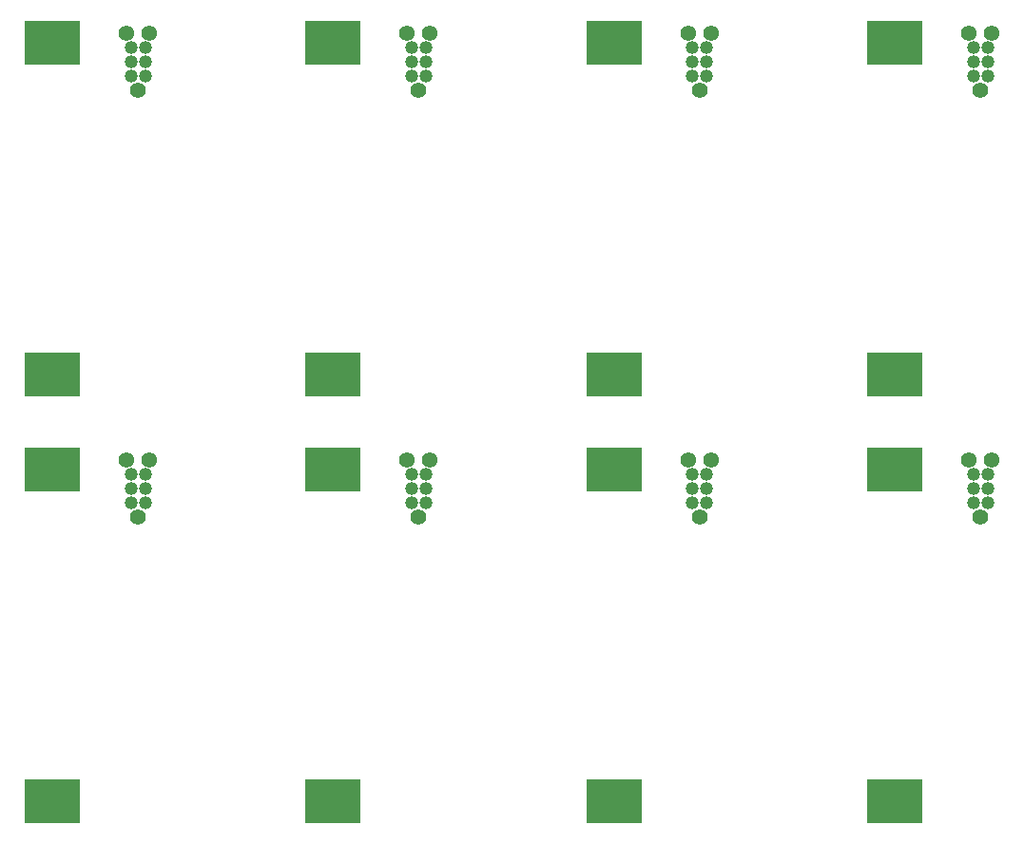
<source format=gts>
%MOIN*%
%OFA0B0*%
%FSLAX46Y46*%
%IPPOS*%
%LPD*%
%ADD10C,0.0039370078740157488*%
%ADD11R,0.19685039370078741X0.15748031496062992*%
%ADD12C,0.046648031496062996*%
%ADD13C,0.054648031496062996*%
%ADD14C,0.054548031496063*%
%ADD25C,0.0039370078740157488*%
%ADD26R,0.19685039370078741X0.15748031496062992*%
%ADD27C,0.046648031496062996*%
%ADD28C,0.054648031496062996*%
%ADD29C,0.054548031496063*%
%ADD40C,0.0039370078740157488*%
%ADD41R,0.19685039370078741X0.15748031496062992*%
%ADD42C,0.046648031496062996*%
%ADD43C,0.054648031496062996*%
%ADD44C,0.054548031496063*%
%ADD55C,0.0039370078740157488*%
%ADD56R,0.19685039370078741X0.15748031496062992*%
%ADD57C,0.046648031496062996*%
%ADD58C,0.054648031496062996*%
%ADD59C,0.054548031496063*%
%ADD70C,0.0039370078740157488*%
%ADD71R,0.19685039370078741X0.15748031496062992*%
%ADD72C,0.046648031496062996*%
%ADD73C,0.054648031496062996*%
%ADD74C,0.054548031496063*%
%ADD85C,0.0039370078740157488*%
%ADD86R,0.19685039370078741X0.15748031496062992*%
%ADD87C,0.046648031496062996*%
%ADD88C,0.054648031496062996*%
%ADD89C,0.054548031496063*%
%ADD100C,0.0039370078740157488*%
%ADD101R,0.19685039370078741X0.15748031496062992*%
%ADD102C,0.046648031496062996*%
%ADD103C,0.054648031496062996*%
%ADD104C,0.054548031496063*%
%ADD115C,0.0039370078740157488*%
%ADD116R,0.19685039370078741X0.15748031496062992*%
%ADD117C,0.046648031496062996*%
%ADD118C,0.054648031496062996*%
%ADD119C,0.054548031496063*%
%LPD*%
G01*
D10*
D11*
X-0003779527Y0005314959D02*
X0000520472Y0000217283D03*
X0000520472Y0001382637D03*
D12*
X0000845472Y0001264960D03*
X0000795472Y0001264960D03*
X0000845472Y0001314960D03*
X0000795472Y0001314960D03*
X0000845472Y0001364960D03*
X0000795472Y0001364960D03*
D13*
X0000820471Y0001214960D03*
D14*
X0000780472Y0001414960D03*
X0000860472Y0001414960D03*
G01*
D25*
D26*
X-0002795275Y0005314959D02*
X0001504724Y0000217283D03*
X0001504724Y0001382637D03*
D27*
X0001829724Y0001264960D03*
X0001779724Y0001264960D03*
X0001829724Y0001314960D03*
X0001779724Y0001314960D03*
X0001829724Y0001364960D03*
X0001779724Y0001364960D03*
D28*
X0001804724Y0001214960D03*
D29*
X0001764724Y0001414960D03*
X0001844724Y0001414960D03*
G01*
D40*
D41*
X-0001811023Y0005314959D02*
X0002488976Y0000217283D03*
X0002488976Y0001382637D03*
D42*
X0002813976Y0001264960D03*
X0002763976Y0001264960D03*
X0002813976Y0001314960D03*
X0002763976Y0001314960D03*
X0002813976Y0001364960D03*
X0002763976Y0001364960D03*
D43*
X0002788976Y0001214960D03*
D44*
X0002748976Y0001414960D03*
X0002828976Y0001414960D03*
G01*
D55*
D56*
X-0000826771Y0005314959D02*
X0003473228Y0000217283D03*
X0003473228Y0001382637D03*
D57*
X0003798228Y0001264960D03*
X0003748228Y0001264960D03*
X0003798228Y0001314960D03*
X0003748228Y0001314960D03*
X0003798228Y0001364960D03*
X0003748228Y0001364960D03*
D58*
X0003773228Y0001214960D03*
D59*
X0003733228Y0001414960D03*
X0003813228Y0001414960D03*
G04 next file*
%LPD*%
G01*
D70*
D71*
X-0003779527Y0006811023D02*
X0000520472Y0001713346D03*
X0000520472Y0002878700D03*
D72*
X0000845472Y0002761023D03*
X0000795472Y0002761023D03*
X0000845472Y0002811022D03*
X0000795472Y0002811022D03*
X0000845472Y0002861023D03*
X0000795472Y0002861023D03*
D73*
X0000820471Y0002711023D03*
D74*
X0000780472Y0002911023D03*
X0000860472Y0002911023D03*
G01*
D85*
D86*
X-0002795275Y0006811023D02*
X0001504724Y0001713346D03*
X0001504724Y0002878700D03*
D87*
X0001829724Y0002761023D03*
X0001779724Y0002761023D03*
X0001829724Y0002811022D03*
X0001779724Y0002811022D03*
X0001829724Y0002861023D03*
X0001779724Y0002861023D03*
D88*
X0001804724Y0002711023D03*
D89*
X0001764724Y0002911023D03*
X0001844724Y0002911023D03*
G04 next file*
G01*
D100*
D101*
X-0001811023Y0006811023D02*
X0002488976Y0001713346D03*
X0002488976Y0002878700D03*
D102*
X0002813976Y0002761023D03*
X0002763976Y0002761023D03*
X0002813976Y0002811022D03*
X0002763976Y0002811022D03*
X0002813976Y0002861023D03*
X0002763976Y0002861023D03*
D103*
X0002788976Y0002711023D03*
D104*
X0002748976Y0002911023D03*
X0002828976Y0002911023D03*
G04 next file*
G04 #@! TF.FileFunction,Soldermask,Top*
G04 Gerber Fmt 4.6, Leading zero omitted, Abs format (unit mm)*
G04 Created by KiCad (PCBNEW 4.0.7-e2-6376~61~ubuntu18.04.1) date Mon Jun  4 01:42:22 2018*
G01*
G04 APERTURE LIST*
G04 APERTURE END LIST*
D115*
D116*
X-0000826771Y0006811023D02*
X0003473228Y0001713346D03*
X0003473228Y0002878700D03*
D117*
X0003798228Y0002761023D03*
X0003748228Y0002761023D03*
X0003798228Y0002811022D03*
X0003748228Y0002811022D03*
X0003798228Y0002861023D03*
X0003748228Y0002861023D03*
D118*
X0003773228Y0002711023D03*
D119*
X0003733228Y0002911023D03*
X0003813228Y0002911023D03*
M02*
</source>
